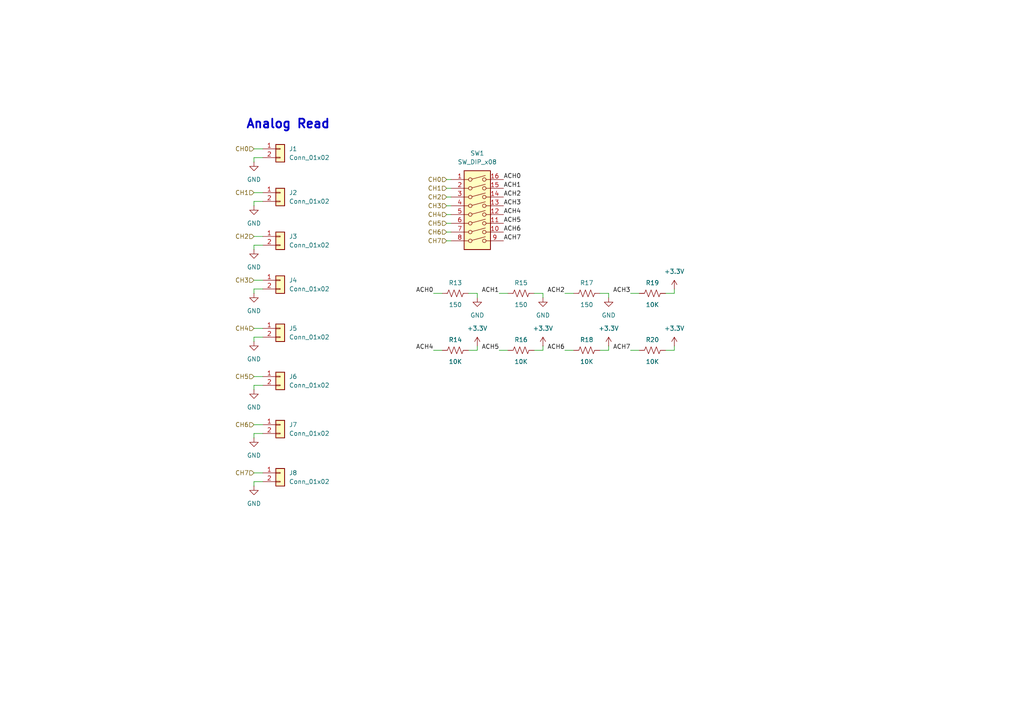
<source format=kicad_sch>
(kicad_sch (version 20231120) (generator "eeschema") (generator_version "8.0")
  (paper "A4")
  (title_block (title "BioReactify Master") (rev "400") (comment 1 "Controller & Measurement Board") (comment 2 "Alexis Saldivar"))
  (lib_symbols
    (symbol "Connector_Generic:Conn_01x02" (pin_names (offset 1.016) hide)
      (property "Reference" "J" (at 0 2.54 0))
      (property "Value" "Conn_01x02" (at 0 -5.08 0))
      (symbol "Conn_01x02_1_1"
        (rectangle (start -1.27 -2.413) (end 0 -2.667) (stroke (width 0.1524)))
        (rectangle (start -1.27 0.127) (end 0 -0.127) (stroke (width 0.1524)))
        (rectangle (start -1.27 1.27) (end 1.27 -3.81) (stroke (width 0.254)) (fill (type background)))
        (pin passive line (at -5.08 0 0) (length 3.81) (name "Pin_1") (number "1"))
        (pin passive line (at -5.08 -2.54 0) (length 3.81) (name "Pin_2") (number "2"))
      )
    )
    (symbol "Device:R_US" (pin_numbers hide) (pin_names (offset 0))
      (property "Reference" "R" (at 2.54 0 90))
      (property "Value" "R_US" (at -2.54 0 90))
      (symbol "R_US_0_1"
        (polyline (pts (xy 0 -2.286) (xy 0 -2.54)))
        (polyline (pts (xy 0 2.286) (xy 0 2.54)))
        (polyline (pts (xy 0 -0.762) (xy 1.016 -1.143) (xy 0 -1.524) (xy -1.016 -1.905) (xy 0 -2.286)))
        (polyline (pts (xy 0 0.762) (xy 1.016 0.381) (xy 0 0) (xy -1.016 -0.381) (xy 0 -0.762)))
        (polyline (pts (xy 0 2.286) (xy 1.016 1.905) (xy 0 1.524) (xy -1.016 1.143) (xy 0 0.762)))
      )
      (symbol "R_US_1_1"
        (pin passive line (at 0 3.81 270) (length 1.27) (name "~") (number "1"))
        (pin passive line (at 0 -3.81 90) (length 1.27) (name "~") (number "2"))
      )
    )
    (symbol "Switch:SW_DIP_x08" (pin_names (offset 0) hide)
      (property "Reference" "SW" (at 0 13.97 0))
      (property "Value" "SW_DIP_x08" (at 0 -11.43 0))
      (symbol "SW_DIP_x08_0_0"
        (circle (center -2.032 -7.62) (radius 0.508))
        (circle (center -2.032 -5.08) (radius 0.508))
        (circle (center -2.032 -2.54) (radius 0.508))
        (circle (center -2.032 0) (radius 0.508))
        (circle (center -2.032 2.54) (radius 0.508))
        (circle (center -2.032 5.08) (radius 0.508))
        (circle (center -2.032 7.62) (radius 0.508))
        (circle (center -2.032 10.16) (radius 0.508))
        (polyline (pts (xy -1.524 -7.4676) (xy 2.3622 -6.4262)))
        (polyline (pts (xy -1.524 -4.9276) (xy 2.3622 -3.8862)))
        (polyline (pts (xy -1.524 -2.3876) (xy 2.3622 -1.3462)))
        (polyline (pts (xy -1.524 0.127) (xy 2.3622 1.1684)))
        (polyline (pts (xy -1.524 2.667) (xy 2.3622 3.7084)))
        (polyline (pts (xy -1.524 5.207) (xy 2.3622 6.2484)))
        (polyline (pts (xy -1.524 7.747) (xy 2.3622 8.7884)))
        (polyline (pts (xy -1.524 10.287) (xy 2.3622 11.3284)))
        (circle (center 2.032 -7.62) (radius 0.508))
        (circle (center 2.032 -5.08) (radius 0.508))
        (circle (center 2.032 -2.54) (radius 0.508))
        (circle (center 2.032 0) (radius 0.508))
        (circle (center 2.032 2.54) (radius 0.508))
        (circle (center 2.032 5.08) (radius 0.508))
        (circle (center 2.032 7.62) (radius 0.508))
        (circle (center 2.032 10.16) (radius 0.508))
      )
      (symbol "SW_DIP_x08_0_1"
        (rectangle (start -3.81 12.7) (end 3.81 -10.16) (stroke (width 0.254)) (fill (type background)))
      )
      (symbol "SW_DIP_x08_1_1"
        (pin passive line (at -7.62 10.16 0) (length 5.08) (name "~") (number "1"))
        (pin passive line (at 7.62 -5.08 180) (length 5.08) (name "~") (number "10"))
        (pin passive line (at 7.62 -2.54 180) (length 5.08) (name "~") (number "11"))
        (pin passive line (at 7.62 0 180) (length 5.08) (name "~") (number "12"))
        (pin passive line (at 7.62 2.54 180) (length 5.08) (name "~") (number "13"))
        (pin passive line (at 7.62 5.08 180) (length 5.08) (name "~") (number "14"))
        (pin passive line (at 7.62 7.62 180) (length 5.08) (name "~") (number "15"))
        (pin passive line (at 7.62 10.16 180) (length 5.08) (name "~") (number "16"))
        (pin passive line (at -7.62 7.62 0) (length 5.08) (name "~") (number "2"))
        (pin passive line (at -7.62 5.08 0) (length 5.08) (name "~") (number "3"))
        (pin passive line (at -7.62 2.54 0) (length 5.08) (name "~") (number "4"))
        (pin passive line (at -7.62 0 0) (length 5.08) (name "~") (number "5"))
        (pin passive line (at -7.62 -2.54 0) (length 5.08) (name "~") (number "6"))
        (pin passive line (at -7.62 -5.08 0) (length 5.08) (name "~") (number "7"))
        (pin passive line (at -7.62 -7.62 0) (length 5.08) (name "~") (number "8"))
        (pin passive line (at 7.62 -7.62 180) (length 5.08) (name "~") (number "9"))
      )
    )
    (symbol "power:+3.3V" (power) (pin_numbers hide) (pin_names (offset 0) hide)
      (property "Value" "+3.3V" (at 0 3.556 0))
      (symbol "+3.3V_0_1"
        (polyline (pts (xy -0.762 1.27) (xy 0 2.54)))
        (polyline (pts (xy 0 0) (xy 0 2.54)))
        (polyline (pts (xy 0 2.54) (xy 0.762 1.27)))
      )
      (symbol "+3.3V_1_1"
        (pin power_in line (at 0 0 90) (length 0) (name "~") (number "1"))
      )
    )
    (symbol "power:GND" (power) (pin_numbers hide) (pin_names (offset 0) hide)
      (property "Value" "GND" (at 0 -3.81 0))
      (symbol "GND_0_1"
        (polyline (pts (xy 0 0) (xy 0 -1.27) (xy 1.27 -1.27) (xy 0 -2.54) (xy -1.27 -1.27) (xy 0 -1.27)))
      )
      (symbol "GND_1_1"
        (pin power_in line (at 0 0 270) (length 0) (name "~") (number "1"))
      )
    )
  )
  (wire (pts (xy 73.66 68.58) (xy 76.2 68.58)))
  (wire (pts (xy 73.66 139.7) (xy 73.66 140.97)))
  (wire (pts (xy 193.04 101.6) (xy 195.58 101.6)))
  (wire (pts (xy 173.99 85.09) (xy 176.53 85.09)))
  (wire (pts (xy 76.2 71.12) (xy 73.66 71.12)))
  (wire (pts (xy 195.58 100.33) (xy 195.58 101.6)))
  (wire (pts (xy 73.66 137.16) (xy 76.2 137.16)))
  (wire (pts (xy 154.94 101.6) (xy 157.48 101.6)))
  (wire (pts (xy 182.88 101.6) (xy 185.42 101.6)))
  (wire (pts (xy 76.2 83.82) (xy 73.66 83.82)))
  (wire (pts (xy 163.83 101.6) (xy 166.37 101.6)))
  (wire (pts (xy 73.66 95.25) (xy 76.2 95.25)))
  (wire (pts (xy 76.2 125.73) (xy 73.66 125.73)))
  (wire (pts (xy 182.88 85.09) (xy 185.42 85.09)))
  (wire (pts (xy 144.78 85.09) (xy 147.32 85.09)))
  (wire (pts (xy 173.99 101.6) (xy 176.53 101.6)))
  (wire (pts (xy 73.66 125.73) (xy 73.66 127)))
  (wire (pts (xy 135.89 101.6) (xy 138.43 101.6)))
  (wire (pts (xy 73.66 123.19) (xy 76.2 123.19)))
  (wire (pts (xy 154.94 85.09) (xy 157.48 85.09)))
  (wire (pts (xy 129.54 64.77) (xy 130.81 64.77)))
  (wire (pts (xy 76.2 97.79) (xy 73.66 97.79)))
  (wire (pts (xy 73.66 83.82) (xy 73.66 85.09)))
  (wire (pts (xy 157.48 100.33) (xy 157.48 101.6)))
  (wire (pts (xy 73.66 58.42) (xy 73.66 59.69)))
  (wire (pts (xy 129.54 57.15) (xy 130.81 57.15)))
  (wire (pts (xy 176.53 100.33) (xy 176.53 101.6)))
  (wire (pts (xy 129.54 69.85) (xy 130.81 69.85)))
  (wire (pts (xy 129.54 59.69) (xy 130.81 59.69)))
  (wire (pts (xy 76.2 111.76) (xy 73.66 111.76)))
  (wire (pts (xy 125.73 101.6) (xy 128.27 101.6)))
  (wire (pts (xy 76.2 139.7) (xy 73.66 139.7)))
  (wire (pts (xy 163.83 85.09) (xy 166.37 85.09)))
  (wire (pts (xy 73.66 55.88) (xy 76.2 55.88)))
  (wire (pts (xy 135.89 85.09) (xy 138.43 85.09)))
  (wire (pts (xy 138.43 85.09) (xy 138.43 86.36)))
  (wire (pts (xy 73.66 45.72) (xy 73.66 46.99)))
  (wire (pts (xy 144.78 101.6) (xy 147.32 101.6)))
  (wire (pts (xy 129.54 67.31) (xy 130.81 67.31)))
  (wire (pts (xy 138.43 100.33) (xy 138.43 101.6)))
  (wire (pts (xy 176.53 85.09) (xy 176.53 86.36)))
  (wire (pts (xy 129.54 54.61) (xy 130.81 54.61)))
  (wire (pts (xy 73.66 97.79) (xy 73.66 99.06)))
  (wire (pts (xy 195.58 83.82) (xy 195.58 85.09)))
  (wire (pts (xy 125.73 85.09) (xy 128.27 85.09)))
  (wire (pts (xy 193.04 85.09) (xy 195.58 85.09)))
  (wire (pts (xy 73.66 71.12) (xy 73.66 72.39)))
  (wire (pts (xy 129.54 52.07) (xy 130.81 52.07)))
  (wire (pts (xy 73.66 43.18) (xy 76.2 43.18)))
  (wire (pts (xy 73.66 109.22) (xy 76.2 109.22)))
  (wire (pts (xy 73.66 81.28) (xy 76.2 81.28)))
  (wire (pts (xy 73.66 111.76) (xy 73.66 113.03)))
  (wire (pts (xy 157.48 85.09) (xy 157.48 86.36)))
  (wire (pts (xy 76.2 45.72) (xy 73.66 45.72)))
  (wire (pts (xy 129.54 62.23) (xy 130.81 62.23)))
  (wire (pts (xy 76.2 58.42) (xy 73.66 58.42)))
  (text "Analog Read" (at 83.566 36.068 0) (effects (font (size 2.54 2.54) (thickness 0.508) (bold yes))))
  (label "ACH3" (at 146.05 59.69 0))
  (label "ACH7" (at 182.88 101.6 180))
  (label "ACH2" (at 163.83 85.09 180))
  (label "ACH5" (at 146.05 64.77 0))
  (label "ACH4" (at 125.73 101.6 180))
  (label "ACH0" (at 125.73 85.09 180))
  (label "ACH0" (at 146.05 52.07 0))
  (label "ACH2" (at 146.05 57.15 0))
  (label "ACH6" (at 146.05 67.31 0))
  (label "ACH4" (at 146.05 62.23 0))
  (label "ACH6" (at 163.83 101.6 180))
  (label "ACH3" (at 182.88 85.09 180))
  (label "ACH1" (at 146.05 54.61 0))
  (label "ACH5" (at 144.78 101.6 180))
  (label "ACH7" (at 146.05 69.85 0))
  (label "ACH1" (at 144.78 85.09 180))
  (hierarchical_label "CH0" (shape input) (at 73.66 43.18 180))
  (hierarchical_label "CH7" (shape input) (at 73.66 137.16 180))
  (hierarchical_label "CH3" (shape input) (at 129.54 59.69 180))
  (hierarchical_label "CH5" (shape input) (at 129.54 64.77 180))
  (hierarchical_label "CH0" (shape input) (at 129.54 52.07 180))
  (hierarchical_label "CH6" (shape input) (at 129.54 67.31 180))
  (hierarchical_label "CH1" (shape input) (at 129.54 54.61 180))
  (hierarchical_label "CH3" (shape input) (at 73.66 81.28 180))
  (hierarchical_label "CH1" (shape input) (at 73.66 55.88 180))
  (hierarchical_label "CH7" (shape input) (at 129.54 69.85 180))
  (hierarchical_label "CH4" (shape input) (at 73.66 95.25 180))
  (hierarchical_label "CH5" (shape input) (at 73.66 109.22 180))
  (hierarchical_label "CH6" (shape input) (at 73.66 123.19 180))
  (hierarchical_label "CH4" (shape input) (at 129.54 62.23 180))
  (hierarchical_label "CH2" (shape input) (at 73.66 68.58 180))
  (hierarchical_label "CH2" (shape input) (at 129.54 57.15 180))
  (symbol (lib_id "Connector_Generic:Conn_01x02") (at 81.28 55.88 0) (unit 1)
    (property "Reference" "J2" (at 83.82 55.8799 0) (effects (justify left)))
    (property "Value" "Conn_01x02" (at 83.82 58.4199 0) (effects (justify left)))
    (property "Footprint" "Connector_Phoenix_MC:PhoenixContact_MC_1,5_2-G-3.81_1x02_P3.81mm_Horizontal" (effects (hide yes)))
    (property "Description" "Generic connector, single row, 01x02, script generated (kicad-library-utils/schlib/autogen/connector/)" (effects (hide yes)))
  )
  (symbol (lib_id "Connector_Generic:Conn_01x02") (at 81.28 109.22 0) (unit 1)
    (property "Reference" "J6" (at 83.82 109.2199 0) (effects (justify left)))
    (property "Value" "Conn_01x02" (at 83.82 111.7599 0) (effects (justify left)))
    (property "Footprint" "Connector_Phoenix_MC:PhoenixContact_MCV_1,5_2-G-3.81_1x02_P3.81mm_Vertical" (effects (hide yes)))
    (property "Description" "Generic connector, single row, 01x02, script generated (kicad-library-utils/schlib/autogen/connector/)" (effects (hide yes)))
  )
  (symbol (lib_id "Device:R_US") (at 170.18 101.6 270) (unit 1)
    (property "Reference" "R18" (at 170.18 98.552 90))
    (property "Value" "10K" (at 170.18 104.902 90))
    (property "Footprint" "Resistor_SMD:R_0805_2012Metric" (effects (hide yes)))
    (property "Description" "Resistor, US symbol" (effects (hide yes)))
  )
  (symbol (lib_id "power:GND") (at 73.66 140.97 0) (unit 1)
    (property "Reference" "#PWR026" (effects (hide yes)))
    (property "Value" "GND" (at 73.66 146.05 0))
    (property "Description" "Power symbol creates a global label with name \"GND\" , ground" (effects (hide yes)))
  )
  (symbol (lib_id "Switch:SW_DIP_x08") (at 138.43 62.23 0) (unit 1)
    (property "Reference" "SW1" (at 138.43 44.45 0))
    (property "Value" "SW_DIP_x08" (at 138.43 46.99 0))
    (property "Footprint" "Button_Switch_SMD:SW_DIP_SPSTx08_Slide_6.7x21.88mm_W8.61mm_P2.54mm_LowProfile" (effects (hide yes)))
    (property "Description" "8x DIP Switch, Single Pole Single Throw (SPST) switch, small symbol" (effects (hide yes)))
  )
  (symbol (lib_id "power:+3.3V") (at 176.53 100.33 0) (unit 1)
    (property "Reference" "#PWR057" (effects (hide yes)))
    (property "Value" "+3.3V" (at 176.53 95.25 0))
    (property "Description" "Power symbol creates a global label with name \"+3.3V\"" (effects (hide yes)))
  )
  (symbol (lib_id "Connector_Generic:Conn_01x02") (at 81.28 95.25 0) (unit 1)
    (property "Reference" "J5" (at 83.82 95.2499 0) (effects (justify left)))
    (property "Value" "Conn_01x02" (at 83.82 97.7899 0) (effects (justify left)))
    (property "Footprint" "Connector_Phoenix_MC:PhoenixContact_MCV_1,5_2-G-3.81_1x02_P3.81mm_Vertical" (effects (hide yes)))
    (property "Description" "Generic connector, single row, 01x02, script generated (kicad-library-utils/schlib/autogen/connector/)" (effects (hide yes)))
  )
  (symbol (lib_id "Device:R_US") (at 189.23 85.09 270) (unit 1)
    (property "Reference" "R19" (at 189.23 82.042 90))
    (property "Value" "10K" (at 189.23 88.392 90))
    (property "Footprint" "Resistor_SMD:R_0805_2012Metric" (effects (hide yes)))
    (property "Description" "Resistor, US symbol" (effects (hide yes)))
  )
  (symbol (lib_id "Device:R_US") (at 189.23 101.6 270) (unit 1)
    (property "Reference" "R20" (at 189.23 98.552 90))
    (property "Value" "10K" (at 189.23 104.902 90))
    (property "Footprint" "Resistor_SMD:R_0805_2012Metric" (effects (hide yes)))
    (property "Description" "Resistor, US symbol" (effects (hide yes)))
  )
  (symbol (lib_id "Device:R_US") (at 132.08 85.09 270) (unit 1)
    (property "Reference" "R13" (at 132.08 82.042 90))
    (property "Value" "150" (at 132.08 88.392 90))
    (property "Footprint" "Resistor_SMD:R_0805_2012Metric" (effects (hide yes)))
    (property "Description" "Resistor, US symbol" (effects (hide yes)))
  )
  (symbol (lib_id "power:GND") (at 73.66 113.03 0) (unit 1)
    (property "Reference" "#PWR024" (effects (hide yes)))
    (property "Value" "GND" (at 73.66 118.11 0))
    (property "Description" "Power symbol creates a global label with name \"GND\" , ground" (effects (hide yes)))
  )
  (symbol (lib_id "power:+3.3V") (at 157.48 100.33 0) (unit 1)
    (property "Reference" "#PWR055" (effects (hide yes)))
    (property "Value" "+3.3V" (at 157.48 95.25 0))
    (property "Description" "Power symbol creates a global label with name \"+3.3V\"" (effects (hide yes)))
  )
  (symbol (lib_id "power:GND") (at 176.53 86.36 0) (unit 1)
    (property "Reference" "#PWR056" (effects (hide yes)))
    (property "Value" "GND" (at 176.53 91.44 0))
    (property "Description" "Power symbol creates a global label with name \"GND\" , ground" (effects (hide yes)))
  )
  (symbol (lib_id "power:GND") (at 157.48 86.36 0) (unit 1)
    (property "Reference" "#PWR054" (effects (hide yes)))
    (property "Value" "GND" (at 157.48 91.44 0))
    (property "Description" "Power symbol creates a global label with name \"GND\" , ground" (effects (hide yes)))
  )
  (symbol (lib_id "Device:R_US") (at 151.13 101.6 270) (unit 1)
    (property "Reference" "R16" (at 151.13 98.552 90))
    (property "Value" "10K" (at 151.13 104.902 90))
    (property "Footprint" "Resistor_SMD:R_0805_2012Metric" (effects (hide yes)))
    (property "Description" "Resistor, US symbol" (effects (hide yes)))
  )
  (symbol (lib_id "power:GND") (at 73.66 127 0) (unit 1)
    (property "Reference" "#PWR025" (effects (hide yes)))
    (property "Value" "GND" (at 73.66 132.08 0))
    (property "Description" "Power symbol creates a global label with name \"GND\" , ground" (effects (hide yes)))
  )
  (symbol (lib_id "Connector_Generic:Conn_01x02") (at 81.28 81.28 0) (unit 1)
    (property "Reference" "J4" (at 83.82 81.2799 0) (effects (justify left)))
    (property "Value" "Conn_01x02" (at 83.82 83.8199 0) (effects (justify left)))
    (property "Footprint" "Connector_Phoenix_MC:PhoenixContact_MC_1,5_2-G-3.81_1x02_P3.81mm_Horizontal" (effects (hide yes)))
    (property "Description" "Generic connector, single row, 01x02, script generated (kicad-library-utils/schlib/autogen/connector/)" (effects (hide yes)))
  )
  (symbol (lib_id "Device:R_US") (at 132.08 101.6 270) (unit 1)
    (property "Reference" "R14" (at 132.08 98.552 90))
    (property "Value" "10K" (at 132.08 104.902 90))
    (property "Footprint" "Resistor_SMD:R_0805_2012Metric" (effects (hide yes)))
    (property "Description" "Resistor, US symbol" (effects (hide yes)))
  )
  (symbol (lib_id "power:GND") (at 73.66 99.06 0) (unit 1)
    (property "Reference" "#PWR023" (effects (hide yes)))
    (property "Value" "GND" (at 73.66 104.14 0))
    (property "Description" "Power symbol creates a global label with name \"GND\" , ground" (effects (hide yes)))
  )
  (symbol (lib_id "power:+3.3V") (at 138.43 100.33 0) (unit 1)
    (property "Reference" "#PWR053" (effects (hide yes)))
    (property "Value" "+3.3V" (at 138.43 95.25 0))
    (property "Description" "Power symbol creates a global label with name \"+3.3V\"" (effects (hide yes)))
  )
  (symbol (lib_id "power:+3.3V") (at 195.58 83.82 0) (unit 1)
    (property "Reference" "#PWR058" (effects (hide yes)))
    (property "Value" "+3.3V" (at 195.58 78.74 0))
    (property "Description" "Power symbol creates a global label with name \"+3.3V\"" (effects (hide yes)))
  )
  (symbol (lib_id "power:+3.3V") (at 195.58 100.33 0) (unit 1)
    (property "Reference" "#PWR059" (effects (hide yes)))
    (property "Value" "+3.3V" (at 195.58 95.25 0))
    (property "Description" "Power symbol creates a global label with name \"+3.3V\"" (effects (hide yes)))
  )
  (symbol (lib_id "Connector_Generic:Conn_01x02") (at 81.28 123.19 0) (unit 1)
    (property "Reference" "J7" (at 83.82 123.1899 0) (effects (justify left)))
    (property "Value" "Conn_01x02" (at 83.82 125.7299 0) (effects (justify left)))
    (property "Footprint" "Connector_Phoenix_MC:PhoenixContact_MCV_1,5_2-G-3.81_1x02_P3.81mm_Vertical" (effects (hide yes)))
    (property "Description" "Generic connector, single row, 01x02, script generated (kicad-library-utils/schlib/autogen/connector/)" (effects (hide yes)))
  )
  (symbol (lib_id "power:GND") (at 73.66 59.69 0) (unit 1)
    (property "Reference" "#PWR020" (effects (hide yes)))
    (property "Value" "GND" (at 73.66 64.77 0))
    (property "Description" "Power symbol creates a global label with name \"GND\" , ground" (effects (hide yes)))
  )
  (symbol (lib_id "power:GND") (at 73.66 46.99 0) (unit 1)
    (property "Reference" "#PWR019" (effects (hide yes)))
    (property "Value" "GND" (at 73.66 52.07 0))
    (property "Description" "Power symbol creates a global label with name \"GND\" , ground" (effects (hide yes)))
  )
  (symbol (lib_id "Device:R_US") (at 170.18 85.09 270) (unit 1)
    (property "Reference" "R17" (at 170.18 82.042 90))
    (property "Value" "150" (at 170.18 88.392 90))
    (property "Footprint" "Resistor_SMD:R_0805_2012Metric" (effects (hide yes)))
    (property "Description" "Resistor, US symbol" (effects (hide yes)))
  )
  (symbol (lib_id "Connector_Generic:Conn_01x02") (at 81.28 68.58 0) (unit 1)
    (property "Reference" "J3" (at 83.82 68.5799 0) (effects (justify left)))
    (property "Value" "Conn_01x02" (at 83.82 71.1199 0) (effects (justify left)))
    (property "Footprint" "Connector_Phoenix_MC:PhoenixContact_MC_1,5_2-G-3.81_1x02_P3.81mm_Horizontal" (effects (hide yes)))
    (property "Description" "Generic connector, single row, 01x02, script generated (kicad-library-utils/schlib/autogen/connector/)" (effects (hide yes)))
  )
  (symbol (lib_id "power:GND") (at 138.43 86.36 0) (unit 1)
    (property "Reference" "#PWR052" (effects (hide yes)))
    (property "Value" "GND" (at 138.43 91.44 0))
    (property "Description" "Power symbol creates a global label with name \"GND\" , ground" (effects (hide yes)))
  )
  (symbol (lib_id "Connector_Generic:Conn_01x02") (at 81.28 43.18 0) (unit 1)
    (property "Reference" "J1" (at 83.82 43.1799 0) (effects (justify left)))
    (property "Value" "Conn_01x02" (at 83.82 45.7199 0) (effects (justify left)))
    (property "Footprint" "Connector_Phoenix_MC:PhoenixContact_MC_1,5_2-G-3.81_1x02_P3.81mm_Horizontal" (effects (hide yes)))
    (property "Description" "Generic connector, single row, 01x02, script generated (kicad-library-utils/schlib/autogen/connector/)" (effects (hide yes)))
  )
  (symbol (lib_id "Connector_Generic:Conn_01x02") (at 81.28 137.16 0) (unit 1)
    (property "Reference" "J8" (at 83.82 137.1599 0) (effects (justify left)))
    (property "Value" "Conn_01x02" (at 83.82 139.6999 0) (effects (justify left)))
    (property "Footprint" "Connector_Phoenix_MC:PhoenixContact_MCV_1,5_2-G-3.81_1x02_P3.81mm_Vertical" (effects (hide yes)))
    (property "Description" "Generic connector, single row, 01x02, script generated (kicad-library-utils/schlib/autogen/connector/)" (effects (hide yes)))
  )
  (symbol (lib_id "power:GND") (at 73.66 72.39 0) (unit 1)
    (property "Reference" "#PWR021" (effects (hide yes)))
    (property "Value" "GND" (at 73.66 77.47 0))
    (property "Description" "Power symbol creates a global label with name \"GND\" , ground" (effects (hide yes)))
  )
  (symbol (lib_id "power:GND") (at 73.66 85.09 0) (unit 1)
    (property "Reference" "#PWR022" (effects (hide yes)))
    (property "Value" "GND" (at 73.66 90.17 0))
    (property "Description" "Power symbol creates a global label with name \"GND\" , ground" (effects (hide yes)))
  )
  (symbol (lib_id "Device:R_US") (at 151.13 85.09 270) (unit 1)
    (property "Reference" "R15" (at 151.13 82.042 90))
    (property "Value" "150" (at 151.13 88.392 90))
    (property "Footprint" "Resistor_SMD:R_0805_2012Metric" (effects (hide yes)))
    (property "Description" "Resistor, US symbol" (effects (hide yes)))
  )
)
</source>
